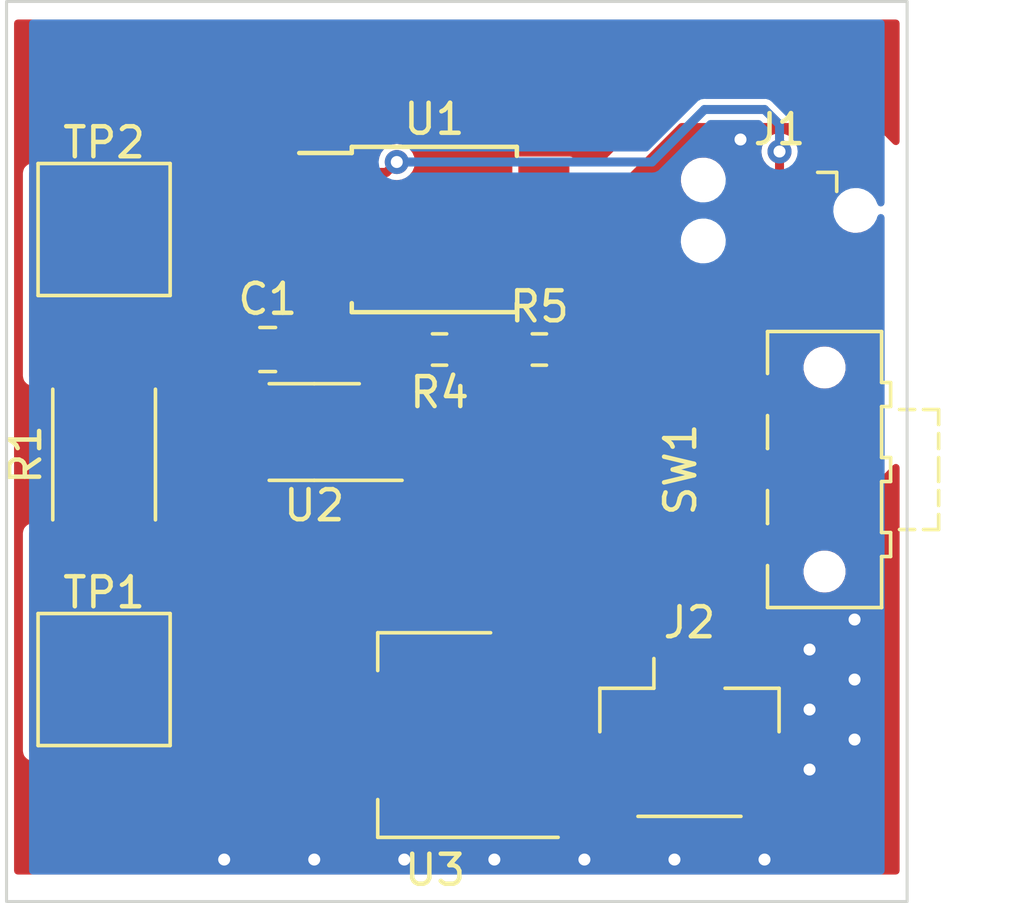
<source format=kicad_pcb>
(kicad_pcb (version 20221018) (generator pcbnew)
  (layers (0 "F.Cu" mixed) (31 "B.Cu" signal) (34 "B.Paste" user) (35 "F.Paste" user) (36 "B.SilkS" user "B.Silkscreen") (37 "F.SilkS" user "F.Silkscreen") (38 "B.Mask" user) (39 "F.Mask" user) (44 "Edge.Cuts" user))
  (net 0 "")
  (net 1 "+5V")
  (net 2 "GND")
  (net 3 "/Vin+")
  (net 4 "Net-(SW1-B)")
  (net 5 "/Vin-")
  (net 6 "/MISO")
  (net 9 "/~{RST}")
  (net 11 "/MOSI{slash}SDA")
  (net 12 "/SCK{slash}SCL")
  (net 13 "VCC")
  (footprint "Connector:Tag-Connect_TC2030-IDC-NL_2x03_P1.27mm_Vertical" (layer "F.Cu") (at 113.5 80.365 180)
    (fp_text reference "J1" (at 0 2.7) (layer "F.SilkS"))
    (fp_text value "Makeshift_SPI_header")
    (fp_line (start -1.905 1.27) (end -1.905 0.635) (stroke (width 0.12)) (layer "F.SilkS"))
    (fp_line (start -1.27 1.27) (end -1.905 1.27) (stroke (width 0.12)) (layer "F.SilkS"))
    (pad "" np_thru_hole circle (at -2.54 0 180) (size 0.9906 0.9906) (drill 0.9906) (layers "*.Cu" "*.Mask"))
    (pad "" np_thru_hole circle (at 2.54 -1.016 180) (size 0.9906 0.9906) (drill 0.9906) (layers "*.Cu" "*.Mask"))
    (pad "" np_thru_hole circle (at 2.54 1.016 180) (size 0.9906 0.9906) (drill 0.9906) (layers "*.Cu" "*.Mask"))
    (pad "1" connect circle (at -1.27 0.635 180) (size 0.7874 0.7874) (layers "F.Cu" "F.Mask") (net 1 "+5V"))
    (pad "2" connect circle (at -1.27 -0.635 180) (size 0.7874 0.7874) (layers "F.Cu" "F.Mask") (net 11 "/MOSI{slash}SDA"))
    (pad "3" connect circle (at 0 0.635 180) (size 0.7874 0.7874) (layers "F.Cu" "F.Mask") (net 9 "/~{RST}"))
    (pad "4" connect circle (at 0 -0.635 180) (size 0.7874 0.7874) (layers "F.Cu" "F.Mask") (net 6 "/MISO"))
    (pad "5" connect circle (at 1.27 0.635 180) (size 0.7874 0.7874) (layers "F.Cu" "F.Mask") (net 2 "GND"))
    (pad "6" connect circle (at 1.27 -0.635 180) (size 0.7874 0.7874) (layers "F.Cu" "F.Mask") (net 12 "/SCK{slash}SCL"))
    (zone (net 0) (net_name "") (layer "F.Cu") (connect_pads (clearance 0)) (min_thickness 0.254)
      (keepout (tracks allowed) (vias not_allowed) (pads allowed) (copperpour not_allowed) (footprints not_allowed))
      (fill (thermal_gap 0.508) (thermal_bridge_width 0.508))
      (polygon (pts (xy 112.23 81) (xy 114.77 81) (xy 114.77 79.73) (xy 112.23 79.73)))
    )
  )
  (footprint "Button_Switch_SMD:SW_SPDT_CK-JS102011SAQN" (layer "F.Cu") (at 115 89 90)
    (fp_text reference "SW1" (at 0 -4.8 90) (layer "F.SilkS"))
    (fp_text value "SW_SPST")
    (fp_line (start -4.6 -1.9) (end -3.2 -1.9) (stroke (width 0.12)) (layer "F.SilkS"))
    (fp_line (start -4.6 1.9) (end -4.6 -1.9) (stroke (width 0.12)) (layer "F.SilkS"))
    (fp_line (start -4.6 1.9) (end -4.6 1.9) (stroke (width 0.12)) (layer "F.SilkS"))
    (fp_line (start -2.9 1.9) (end -4.6 1.9) (stroke (width 0.12)) (layer "F.SilkS"))
    (fp_line (start -2.9 2.2) (end -2.9 1.9) (stroke (width 0.12)) (layer "F.SilkS"))
    (fp_line (start -2.1 1.9) (end -2.1 2.2) (stroke (width 0.12)) (layer "F.SilkS"))
    (fp_line (start -2.1 2.2) (end -2.9 2.2) (stroke (width 0.12)) (layer "F.SilkS"))
    (fp_line (start -2 2.5) (end -2 2.5) (stroke (width 0.12)) (layer "F.SilkS"))
    (fp_line (start -2 3) (end -2 2.5) (stroke (width 0.12)) (layer "F.SilkS"))
    (fp_line (start -2 3.3) (end -2 3.3) (stroke (width 0.12)) (layer "F.SilkS"))
    (fp_line (start -2 3.8) (end -2 3.3) (stroke (width 0.12)) (layer "F.SilkS"))
    (fp_line (start -2 3.8) (end -1.5 3.8) (stroke (width 0.12)) (layer "F.SilkS"))
    (fp_line (start -1.8 -1.9) (end -1.8 -1.9) (stroke (width 0.12)) (layer "F.SilkS"))
    (fp_line (start -1.5 3.8) (end -1.5 3.8) (stroke (width 0.12)) (layer "F.SilkS"))
    (fp_line (start -1.2 3.8) (end -0.7 3.8) (stroke (width 0.12)) (layer "F.SilkS"))
    (fp_line (start -0.7 -1.9) (end -1.8 -1.9) (stroke (width 0.12)) (layer "F.SilkS"))
    (fp_line (start -0.7 3.8) (end -0.7 3.8) (stroke (width 0.12)) (layer "F.SilkS"))
    (fp_line (start -0.4 1.9) (end -2.1 1.9) (stroke (width 0.12)) (layer "F.SilkS"))
    (fp_line (start -0.4 2.2) (end -0.4 1.9) (stroke (width 0.12)) (layer "F.SilkS"))
    (fp_line (start -0.4 3.8) (end -0.4 3.8) (stroke (width 0.12)) (layer "F.SilkS"))
    (fp_line (start 0.4 1.9) (end 0.4 2.2) (stroke (width 0.12)) (layer "F.SilkS"))
    (fp_line (start 0.4 2.2) (end -0.4 2.2) (stroke (width 0.12)) (layer "F.SilkS"))
    (fp_line (start 0.4 3.8) (end -0.4 3.8) (stroke (width 0.12)) (layer "F.SilkS"))
    (fp_line (start 0.7 -1.9) (end 0.7 -1.9) (stroke (width 0.12)) (layer "F.SilkS"))
    (fp_line (start 0.7 3.8) (end 0.7 3.8) (stroke (width 0.12)) (layer "F.SilkS"))
    (fp_line (start 1.2 3.8) (end 0.7 3.8) (stroke (width 0.12)) (layer "F.SilkS"))
    (fp_line (start 1.5 3.8) (end 1.5 3.8) (stroke (width 0.12)) (layer "F.SilkS"))
    (fp_line (start 1.8 -1.9) (end 0.7 -1.9) (stroke (width 0.12)) (layer "F.SilkS"))
    (fp_line (start 2 2.5) (end 2 2.5) (stroke (width 0.12)) (layer "F.SilkS"))
    (fp_line (start 2 3) (end 2 2.5) (stroke (width 0.12)) (layer "F.SilkS"))
    (fp_line (start 2 3.3) (end 2 3.3) (stroke (width 0.12)) (layer "F.SilkS"))
    (fp_line (start 2 3.8) (end 1.5 3.8) (stroke (width 0.12)) (layer "F.SilkS"))
    (fp_line (start 2 3.8) (end 2 3.3) (stroke (width 0.12)) (layer "F.SilkS"))
    (fp_line (start 2.1 1.9) (end 0.4 1.9) (stroke (width 0.12)) (layer "F.SilkS"))
    (fp_line (start 2.1 2.2) (end 2.1 1.9) (stroke (width 0.12)) (layer "F.SilkS"))
    (fp_line (start 2.9 1.9) (end 2.9 2.2) (stroke (width 0.12)) (layer "F.SilkS"))
    (fp_line (start 2.9 2.2) (end 2.1 2.2) (stroke (width 0.12)) (layer "F.SilkS"))
    (fp_line (start 3.2 -1.9) (end 4.6 -1.9) (stroke (width 0.12)) (layer "F.SilkS"))
    (fp_line (start 4.6 -1.9) (end 4.6 1.9) (stroke (width 0.12)) (layer "F.SilkS"))
    (fp_line (start 4.6 1.9) (end 2.9 1.9) (stroke (width 0.12)) (layer "F.SilkS"))
    (pad "" np_thru_hole circle (at -3.4 0 90) (size 0.9 0.9) (drill 0.9) (layers "*.Cu" "*.Mask"))
    (pad "" np_thru_hole circle (at 3.4 0 90) (size 0.9 0.9) (drill 0.9) (layers "*.Cu" "*.Mask"))
    (pad "1" smd rect (at -2.5 -2.75 90) (size 1.25 2.5) (layers "F.Cu" "F.Paste" "F.Mask") (net 1 "+5V"))
    (pad "2" smd rect (at 0 -2.75 90) (size 1.25 2.5) (layers "F.Cu" "F.Paste" "F.Mask") (net 4 "Net-(SW1-B)"))
    (pad "3" smd rect (at 2.5 -2.75 90) (size 1.25 2.5) (layers "F.Cu" "F.Paste" "F.Mask") (net 2 "GND"))
  )
  (footprint "Connector_JST:JST_GH_SM02B-GHS-TB_1x02-1MP_P1.25mm_Horizontal" (layer "F.Cu") (at 110.5 98)
    (fp_text reference "J2" (at 0 -3.9) (layer "F.SilkS"))
    (fp_text value "Battery_conn")
    (fp_line (start -2.985 -1.71) (end -1.185 -1.71) (stroke (width 0.12)) (layer "F.SilkS"))
    (fp_line (start -2.985 -0.26) (end -2.985 -1.71) (stroke (width 0.12)) (layer "F.SilkS"))
    (fp_line (start -1.715 2.56) (end 1.715 2.56) (stroke (width 0.12)) (layer "F.SilkS"))
    (fp_line (start -1.185 -1.71) (end -1.185 -2.7) (stroke (width 0.12)) (layer "F.SilkS"))
    (fp_line (start 2.985 -1.71) (end 1.185 -1.71) (stroke (width 0.12)) (layer "F.SilkS"))
    (fp_line (start 2.985 -0.26) (end 2.985 -1.71) (stroke (width 0.12)) (layer "F.SilkS"))
    (pad "1" smd roundrect (at -0.625 -1.85) (size 0.6 1.7) (layers "F.Cu" "F.Paste" "F.Mask") (net 13 "VCC"))
    (pad "2" smd roundrect (at 0.625 -1.85) (size 0.6 1.7) (layers "F.Cu" "F.Paste" "F.Mask") (net 2 "GND"))
    (pad "MP" smd roundrect (at -2.475 1.35) (size 1 2.7) (layers "F.Cu" "F.Paste" "F.Mask"))
    (pad "MP" smd roundrect (at 2.475 1.35) (size 1 2.7) (layers "F.Cu" "F.Paste" "F.Mask"))
  )
  (footprint "TestPoint:TestPoint_Pad_4.0x4.0mm" (layer "F.Cu") (at 91 81)
    (fp_text reference "TP2" (at 0 -2.898) (layer "F.SilkS"))
    (fp_text value "OUT")
    (fp_line (start -2.2 -2.2) (end 2.2 -2.2) (stroke (width 0.12)) (layer "F.SilkS"))
    (fp_line (start -2.2 2.2) (end -2.2 -2.2) (stroke (width 0.12)) (layer "F.SilkS"))
    (fp_line (start 2.2 -2.2) (end 2.2 2.2) (stroke (width 0.12)) (layer "F.SilkS"))
    (fp_line (start 2.2 2.2) (end -2.2 2.2) (stroke (width 0.12)) (layer "F.SilkS"))
    (pad "1" smd rect (at 0 0) (size 4 4) (layers "F.Cu" "F.Mask") (net 5 "/Vin-"))
  )
  (footprint "Resistor_SMD:R_0603_1608Metric" (layer "F.Cu") (at 102.175 85 180)
    (fp_text reference "R4" (at 0 -1.43) (layer "F.SilkS"))
    (fp_text value "R")
    (fp_line (start -0.237258 -0.5225) (end 0.237258 -0.5225) (stroke (width 0.12)) (layer "F.SilkS"))
    (fp_line (start -0.237258 0.5225) (end 0.237258 0.5225) (stroke (width 0.12)) (layer "F.SilkS"))
    (pad "1" smd roundrect (at -0.825 0 180) (size 0.8 0.95) (layers "F.Cu" "F.Paste" "F.Mask") (net 12 "/SCK{slash}SCL"))
    (pad "2" smd roundrect (at 0.825 0 180) (size 0.8 0.95) (layers "F.Cu" "F.Paste" "F.Mask") (net 1 "+5V"))
  )
  (footprint "Package_SO:VSSOP-10_3x3mm_P0.5mm" (layer "F.Cu") (at 98 87.75 180)
    (fp_text reference "U2" (at 0 -2.45) (layer "F.SilkS"))
    (fp_text value "INA226")
    (fp_line (start 0 -1.61) (end -2.925 -1.61) (stroke (width 0.12)) (layer "F.SilkS"))
    (fp_line (start 0 -1.61) (end 1.5 -1.61) (stroke (width 0.12)) (layer "F.SilkS"))
    (fp_line (start 0 1.61) (end -1.5 1.61) (stroke (width 0.12)) (layer "F.SilkS"))
    (fp_line (start 0 1.61) (end 1.5 1.61) (stroke (width 0.12)) (layer "F.SilkS"))
    (pad "1" smd roundrect (at -2.2 -1 180) (size 1.45 0.3) (layers "F.Cu" "F.Paste" "F.Mask") (net 2 "GND"))
    (pad "2" smd roundrect (at -2.2 -0.5 180) (size 1.45 0.3) (layers "F.Cu" "F.Paste" "F.Mask") (net 2 "GND"))
    (pad "3" smd roundrect (at -2.2 0 180) (size 1.45 0.3) (layers "F.Cu" "F.Paste" "F.Mask"))
    (pad "4" smd roundrect (at -2.2 0.5 180) (size 1.45 0.3) (layers "F.Cu" "F.Paste" "F.Mask") (net 11 "/MOSI{slash}SDA"))
    (pad "5" smd roundrect (at -2.2 1 180) (size 1.45 0.3) (layers "F.Cu" "F.Paste" "F.Mask") (net 12 "/SCK{slash}SCL"))
    (pad "6" smd roundrect (at 2.2 1 180) (size 1.45 0.3) (layers "F.Cu" "F.Paste" "F.Mask") (net 1 "+5V"))
    (pad "7" smd roundrect (at 2.2 0.5 180) (size 1.45 0.3) (layers "F.Cu" "F.Paste" "F.Mask") (net 2 "GND"))
    (pad "8" smd roundrect (at 2.2 0 180) (size 1.45 0.3) (layers "F.Cu" "F.Paste" "F.Mask") (net 3 "/Vin+"))
    (pad "9" smd roundrect (at 2.2 -0.5 180) (size 1.45 0.3) (layers "F.Cu" "F.Paste" "F.Mask") (net 5 "/Vin-"))
    (pad "10" smd roundrect (at 2.2 -1 180) (size 1.45 0.3) (layers "F.Cu" "F.Paste" "F.Mask") (net 3 "/Vin+"))
  )
  (footprint "TestPoint:TestPoint_Pad_4.0x4.0mm" (layer "F.Cu") (at 91 96)
    (fp_text reference "TP1" (at 0 -2.898) (layer "F.SilkS"))
    (fp_text value "IN")
    (fp_line (start -2.2 -2.2) (end 2.2 -2.2) (stroke (width 0.12)) (layer "F.SilkS"))
    (fp_line (start -2.2 2.2) (end -2.2 -2.2) (stroke (width 0.12)) (layer "F.SilkS"))
    (fp_line (start 2.2 -2.2) (end 2.2 2.2) (stroke (width 0.12)) (layer "F.SilkS"))
    (fp_line (start 2.2 2.2) (end -2.2 2.2) (stroke (width 0.12)) (layer "F.SilkS"))
    (pad "1" smd rect (at 0 0) (size 4 4) (layers "F.Cu" "F.Mask") (net 3 "/Vin+"))
  )
  (footprint "Resistor_SMD:R_0603_1608Metric" (layer "F.Cu") (at 105.5 85)
    (fp_text reference "R5" (at 0 -1.43) (layer "F.SilkS"))
    (fp_text value "R")
    (fp_line (start -0.237258 -0.5225) (end 0.237258 -0.5225) (stroke (width 0.12)) (layer "F.SilkS"))
    (fp_line (start -0.237258 0.5225) (end 0.237258 0.5225) (stroke (width 0.12)) (layer "F.SilkS"))
    (pad "1" smd roundrect (at -0.825 0) (size 0.8 0.95) (layers "F.Cu" "F.Paste" "F.Mask") (net 11 "/MOSI{slash}SDA"))
    (pad "2" smd roundrect (at 0.825 0) (size 0.8 0.95) (layers "F.Cu" "F.Paste" "F.Mask") (net 1 "+5V"))
  )
  (footprint "Resistor_SMD:R_2512_6332Metric" (layer "F.Cu") (at 91 88.5 90)
    (fp_text reference "R1" (at 0 -2.62 90) (layer "F.SilkS"))
    (fp_text value "R")
    (fp_line (start -2.177064 -1.71) (end 2.177064 -1.71) (stroke (width 0.12)) (layer "F.SilkS"))
    (fp_line (start -2.177064 1.71) (end 2.177064 1.71) (stroke (width 0.12)) (layer "F.SilkS"))
    (pad "1" smd roundrect (at -2.9625 0 90) (size 1.225 3.35) (layers "F.Cu" "F.Paste" "F.Mask") (roundrect_rratio 0.204082) (net 3 "/Vin+"))
    (pad "2" smd roundrect (at 2.9625 0 90) (size 1.225 3.35) (layers "F.Cu" "F.Paste" "F.Mask") (roundrect_rratio 0.204082) (net 5 "/Vin-"))
  )
  (footprint "Package_TO_SOT_SMD:SOT-223-3_TabPin2" (layer "F.Cu") (at 102.025 97.85 180)
    (fp_text reference "U3" (at 0 -4.5) (layer "F.SilkS"))
    (fp_text value "AMS1117-3.3")
    (fp_line (start -4.1 -3.41) (end 1.91 -3.41) (stroke (width 0.12)) (layer "F.SilkS"))
    (fp_line (start -1.85 3.41) (end 1.91 3.41) (stroke (width 0.12)) (layer "F.SilkS"))
    (fp_line (start 1.91 -3.41) (end 1.91 -2.15) (stroke (width 0.12)) (layer "F.SilkS"))
    (fp_line (start 1.91 3.41) (end 1.91 2.15) (stroke (width 0.12)) (layer "F.SilkS"))
    (pad "1" smd rect (at -3.15 -2.3 180) (size 2 1.5) (layers "F.Cu" "F.Paste" "F.Mask") (net 2 "GND"))
    (pad "2" smd rect (at -3.15 0 180) (size 2 1.5) (layers "F.Cu" "F.Paste" "F.Mask") (net 4 "Net-(SW1-B)"))
    (pad "2" smd rect (at 3.15 0 180) (size 2 3.8) (layers "F.Cu" "F.Paste" "F.Mask") (net 4 "Net-(SW1-B)"))
    (pad "3" smd rect (at -3.15 2.3 180) (size 2 1.5) (layers "F.Cu" "F.Paste" "F.Mask") (net 13 "VCC"))
  )
  (footprint "Capacitor_SMD:C_0805_2012Metric" (layer "F.Cu") (at 96.45 85)
    (fp_text reference "C1" (at 0 -1.68) (layer "F.SilkS"))
    (fp_text value "C")
    (fp_line (start -0.261252 -0.735) (end 0.261252 -0.735) (stroke (width 0.12)) (layer "F.SilkS"))
    (fp_line (start -0.261252 0.735) (end 0.261252 0.735) (stroke (width 0.12)) (layer "F.SilkS"))
    (pad "1" smd roundrect (at -0.95 0) (size 1 1.45) (layers "F.Cu" "F.Paste" "F.Mask") (net 1 "+5V"))
    (pad "2" smd roundrect (at 0.95 0) (size 1 1.45) (layers "F.Cu" "F.Paste" "F.Mask") (net 2 "GND"))
  )
  (footprint "Package_SO:SOIC-8W_5.3x5.3mm_P1.27mm" (layer "F.Cu") (at 102 81)
    (fp_text reference "U1" (at 0 -3.68) (layer "F.SilkS"))
    (fp_text value "ATtiny85-20S")
    (fp_line (start -2.75 -2.755) (end -2.75 -2.55) (stroke (width 0.15)) (layer "F.SilkS"))
    (fp_line (start -2.75 -2.755) (end 2.75 -2.755) (stroke (width 0.15)) (layer "F.SilkS"))
    (fp_line (start -2.75 -2.55) (end -4.5 -2.55) (stroke (width 0.15)) (layer "F.SilkS"))
    (fp_line (start -2.75 2.755) (end -2.75 2.455) (stroke (width 0.15)) (layer "F.SilkS"))
    (fp_line (start -2.75 2.755) (end 2.75 2.755) (stroke (width 0.15)) (layer "F.SilkS"))
    (fp_line (start 2.75 -2.755) (end 2.75 -2.455) (stroke (width 0.15)) (layer "F.SilkS"))
    (fp_line (start 2.75 2.755) (end 2.75 2.455) (stroke (width 0.15)) (layer "F.SilkS"))
    (pad "1" smd rect (at -3.65 -1.905) (size 1.7 0.65) (layers "F.Cu" "F.Paste" "F.Mask") (net 9 "/~{RST}"))
    (pad "2" smd rect (at -3.65 -0.635) (size 1.7 0.65) (layers "F.Cu" "F.Paste" "F.Mask"))
    (pad "3" smd rect (at -3.65 0.635) (size 1.7 0.65) (layers "F.Cu" "F.Paste" "F.Mask"))
    (pad "4" smd rect (at -3.65 1.905) (size 1.7 0.65) (layers "F.Cu" "F.Paste" "F.Mask") (net 2 "GND"))
    (pad "5" smd rect (at 3.65 1.905) (size 1.7 0.65) (layers "F.Cu" "F.Paste" "F.Mask") (net 11 "/MOSI{slash}SDA"))
    (pad "6" smd rect (at 3.65 0.635) (size 1.7 0.65) (layers "F.Cu" "F.Paste" "F.Mask") (net 6 "/MISO"))
    (pad "7" smd rect (at 3.65 -0.635) (size 1.7 0.65) (layers "F.Cu" "F.Paste" "F.Mask") (net 12 "/SCK{slash}SCL"))
    (pad "8" smd rect (at 3.65 -1.905) (size 1.7 0.65) (layers "F.Cu" "F.Paste" "F.Mask") (net 1 "+5V"))
  )
  (gr_rect (start 87.75 73.4) (end 117.75 103.4) (stroke (width 0.1)) (fill none) (layer "Edge.Cuts"))
  (segment (start 112.23 78.03) (end 112.23 79.73) (width 0.5) (layer "F.Cu") (net 2))
  (segment (start 112.2 78) (end 112.23 78.03) (width 0.5) (layer "F.Cu") (net 2))
  (via (at 104 102) (size 0.8) (drill 0.4) (layers "F.Cu" "B.Cu") (net 2))
  (via (at 98 102) (size 0.8) (drill 0.4) (layers "F.Cu" "B.Cu") (net 2))
  (via (at 114.5 99) (size 0.8) (drill 0.4) (layers "F.Cu" "B.Cu") (net 2))
  (via (at 113 102) (size 0.8) (drill 0.4) (layers "F.Cu" "B.Cu") (net 2))
  (via (at 95 102) (size 0.8) (drill 0.4) (layers "F.Cu" "B.Cu") (net 2))
  (via (at 114.5 95) (size 0.8) (drill 0.4) (layers "F.Cu" "B.Cu") (net 2))
  (via (at 116 98) (size 0.8) (drill 0.4) (layers "F.Cu" "B.Cu") (net 2))
  (via (at 116 94) (size 0.8) (drill 0.4) (layers "F.Cu" "B.Cu") (net 2))
  (via (at 101 102) (size 0.8) (drill 0.4) (layers "F.Cu" "B.Cu") (net 2))
  (via (at 114.5 97) (size 0.8) (drill 0.4) (layers "F.Cu" "B.Cu") (net 2))
  (via (at 112.2 78) (size 0.8) (drill 0.4) (layers "F.Cu" "B.Cu") (net 2))
  (via (at 110 102) (size 0.8) (drill 0.4) (layers "F.Cu" "B.Cu") (net 2))
  (via (at 116 96) (size 0.8) (drill 0.4) (layers "F.Cu" "B.Cu") (net 2))
  (via (at 107 102) (size 0.8) (drill 0.4) (layers "F.Cu" "B.Cu") (net 2))
  (segment (start 97 88.5) (end 97 88) (width 0.2) (layer "F.Cu") (net 3))
  (segment (start 96.75 87.75) (end 95.8 87.75) (width 0.2) (layer "F.Cu") (net 3))
  (segment (start 97 88) (end 96.75 87.75) (width 0.2) (layer "F.Cu") (net 3))
  (segment (start 91 89.75) (end 92 88.75) (width 0.2) (layer "F.Cu") (net 3))
  (segment (start 95.8 88.75) (end 96.75 88.75) (width 0.2) (layer "F.Cu") (net 3))
  (segment (start 96.75 88.75) (end 97 88.5) (width 0.2) (layer "F.Cu") (net 3))
  (segment (start 92 88.75) (end 95.8 88.75) (width 0.2) (layer "F.Cu") (net 3))
  (segment (start 91 91.4625) (end 91 89.75) (width 0.2) (layer "F.Cu") (net 3))
  (segment (start 110.25 89) (end 112.25 89) (width 0.5) (layer "F.Cu") (net 4))
  (segment (start 105.175 97.85) (end 102.5 97.85) (width 0.5) (layer "F.Cu") (net 4))
  (segment (start 108.25 94) (end 109.25 93) (width 0.5) (layer "F.Cu") (net 4))
  (segment (start 102.5 97.85) (end 102.5 95.575) (width 0.5) (layer "F.Cu") (net 4))
  (segment (start 109.25 90) (end 110.25 89) (width 0.5) (layer "F.Cu") (net 4))
  (segment (start 109.25 93) (end 109.25 90) (width 0.5) (layer "F.Cu") (net 4))
  (segment (start 102.5 97.85) (end 98.875 97.85) (width 0.5) (layer "F.Cu") (net 4))
  (segment (start 102.5 95.575) (end 104.075 94) (width 0.5) (layer "F.Cu") (net 4))
  (segment (start 104.075 94) (end 108.25 94) (width 0.5) (layer "F.Cu") (net 4))
  (segment (start 91 87.25) (end 91 85.5375) (width 0.2) (layer "F.Cu") (net 5))
  (segment (start 95.8 88.25) (end 92 88.25) (width 0.2) (layer "F.Cu") (net 5))
  (segment (start 92 88.25) (end 91 87.25) (width 0.2) (layer "F.Cu") (net 5))
  (segment (start 105.65 81.635) (end 109.135 81.635) (width 0.3) (layer "F.Cu") (net 6))
  (segment (start 110 82.5) (end 112.5 82.5) (width 0.3) (layer "F.Cu") (net 6))
  (segment (start 112.5 82.5) (end 113.5 81.5) (width 0.3) (layer "F.Cu") (net 6))
  (segment (start 109.135 81.635) (end 110 82.5) (width 0.3) (layer "F.Cu") (net 6))
  (segment (start 113.5 81.5) (end 113.5 81) (width 0.3) (layer "F.Cu") (net 6))
  (segment (start 113.5 79.73) (end 113.5 78.4) (width 0.3) (layer "F.Cu") (net 9))
  (segment (start 100.75 78.75) (end 100.405 79.095) (width 0.3) (layer "F.Cu") (net 9))
  (segment (start 100.405 79.095) (end 98.35 79.095) (width 0.3) (layer "F.Cu") (net 9))
  (via (at 100.75 78.75) (size 0.8) (drill 0.4) (layers "F.Cu" "B.Cu") (net 9))
  (via (at 113.5 78.4) (size 0.8) (drill 0.4) (layers "F.Cu" "B.Cu") (net 9))
  (segment (start 111 77) (end 113 77) (width 0.3) (layer "B.Cu") (net 9))
  (segment (start 113 77) (end 113.5 77.5) (width 0.3) (layer "B.Cu") (net 9))
  (segment (start 113.5 77.5) (end 113.5 78.4) (width 0.3) (layer "B.Cu") (net 9))
  (segment (start 100.75 78.75) (end 109.25 78.75) (width 0.3) (layer "B.Cu") (net 9))
  (segment (start 109.25 78.75) (end 111 77) (width 0.3) (layer "B.Cu") (net 9))
  (segment (start 113.5 78.497918) (end 113.5 78.5) (width 0.5) (layer "B.Cu") (net 9))
  (segment (start 113 83.5) (end 114.77 81.73) (width 0.3) (layer "F.Cu") (net 11))
  (segment (start 108.905 82.905) (end 109.5 83.5) (width 0.3) (layer "F.Cu") (net 11))
  (segment (start 109.5 83.5) (end 113 83.5) (width 0.3) (layer "F.Cu") (net 11))
  (segment (start 114.77 81.73) (end 114.77 81) (width 0.3) (layer "F.Cu") (net 11))
  (segment (start 105.65 82.905) (end 108.905 82.905) (width 0.3) (layer "F.Cu") (net 11))
  (segment (start 111.595 80.365) (end 112.23 81) (width 0.3) (layer "F.Cu") (net 12))
  (segment (start 105.65 80.365) (end 111.595 80.365) (width 0.3) (layer "F.Cu") (net 12))
  (segment (start 109.275 95.55) (end 109.875 96.15) (width 0.5) (layer "F.Cu") (net 13))
  (segment (start 105.175 95.55) (end 109.275 95.55) (width 0.5) (layer "F.Cu") (net 13))
  (zone (net 3) (net_name "/Vin+") (layer "F.Cu") (priority 1) (connect_pads yes (clearance 0.2)) (min_thickness 0.25) (fill yes (thermal_gap 0.5) (thermal_bridge_width 0.5))
    (polygon (pts (xy 88.5 91) (xy 93.5 91) (xy 93.5 98.5) (xy 88.5 98.5)))
  )
  (zone (net 5) (net_name "/Vin-") (layer "F.Cu") (priority 2) (connect_pads yes (clearance 0.2)) (min_thickness 0.25) (fill yes (thermal_gap 0.5) (thermal_bridge_width 0.5))
    (polygon (pts (xy 88.5 79) (xy 93.5 79) (xy 93.5 86) (xy 88.5 86)))
  )
  (zone (net 2) (net_name "GND") (layer "F.Cu") (connect_pads (clearance 0.2)) (min_thickness 0.25) (fill yes (thermal_gap 0.2) (thermal_bridge_width 0.25))
    (polygon (pts (xy 88 74) (xy 117.5 74) (xy 117.5 102.5) (xy 88 102.5)))
  )
  (zone (net 2) (net_name "GND") (layer "B.Cu") (priority 1) (connect_pads (clearance 0.2)) (min_thickness 0.25) (fill yes (thermal_gap 0.5) (thermal_bridge_width 0.5))
    (polygon (pts (xy 88.5 74) (xy 117 74) (xy 117 102.5) (xy 88.5 102.5)))
  )
)
</source>
